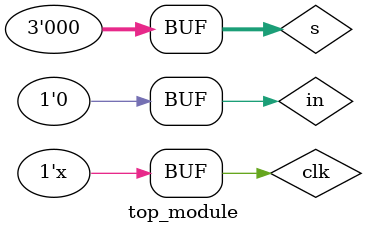
<source format=v>
module top_module();
    reg [2:0] s;
    reg clk,in;
    wire out;
initial begin
    clk =0;
 	s = 3'b010;
    in = 0;
    
    #10 
    s = 3'b110;
    #10
    s = 3'b010;
    in = 1;
    #10
    s = 3'b111;
    in = 0;
    #10
    s = 3'b000;
    in = 1;
    #30
    in = 0;
end
    always begin #5 clk = !clk; end  
    q7 ins(clk,in,s,out);
endmodule

</source>
